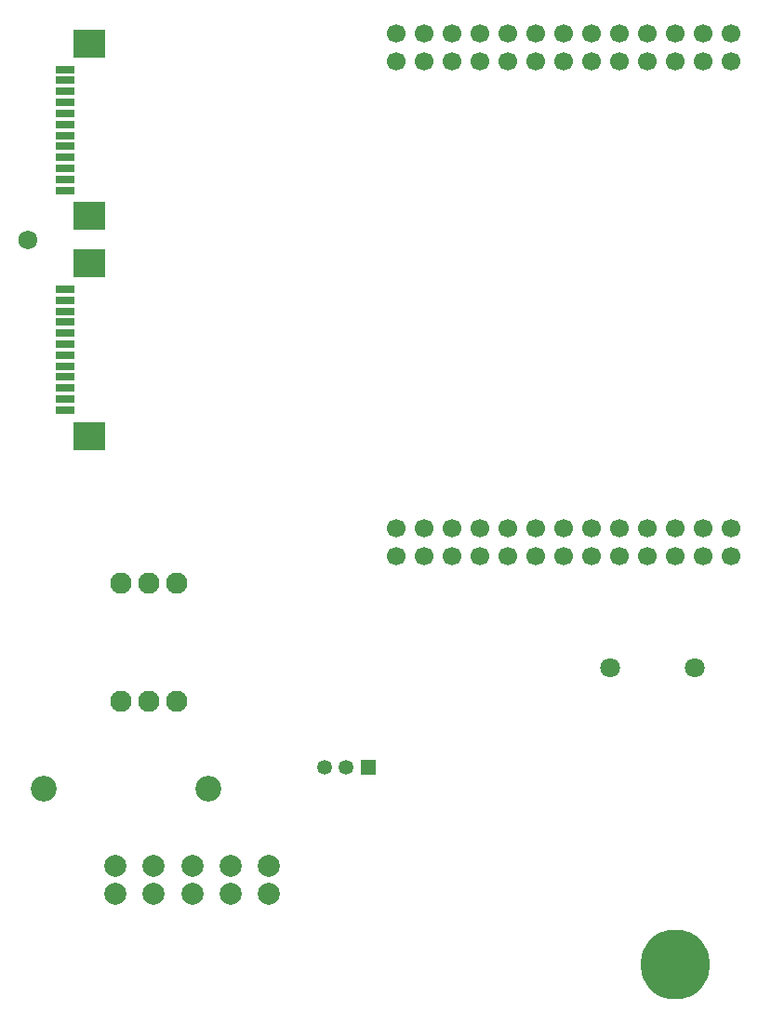
<source format=gbr>
%TF.GenerationSoftware,KiCad,Pcbnew,9.0.2*%
%TF.CreationDate,2025-06-09T15:32:08+03:00*%
%TF.ProjectId,PMCPU-LLU,504d4350-552d-44c4-9c55-2e6b69636164,rev?*%
%TF.SameCoordinates,Original*%
%TF.FileFunction,Soldermask,Bot*%
%TF.FilePolarity,Negative*%
%FSLAX46Y46*%
G04 Gerber Fmt 4.6, Leading zero omitted, Abs format (unit mm)*
G04 Created by KiCad (PCBNEW 9.0.2) date 2025-06-09 15:32:08*
%MOMM*%
%LPD*%
G01*
G04 APERTURE LIST*
%ADD10O,6.350000X6.350000*%
%ADD11C,1.800000*%
%ADD12C,1.700000*%
%ADD13C,1.950000*%
%ADD14R,1.350000X1.350000*%
%ADD15C,1.350000*%
%ADD16C,1.725000*%
%ADD17C,2.000000*%
%ADD18C,2.350000*%
%ADD19R,1.803400X0.635000*%
%ADD20R,2.997200X2.590800*%
G04 APERTURE END LIST*
D10*
%TO.C,PE1*%
X22000000Y-46000000D03*
%TD*%
D11*
%TO.C,J1*%
X23750000Y-19000000D03*
X16000000Y-19000000D03*
%TD*%
D12*
%TO.C,U5*%
X-3440000Y38770000D03*
X21960000Y38770000D03*
X24500000Y38770000D03*
X27040000Y38770000D03*
X-900000Y38770000D03*
X21960000Y36230000D03*
X24500000Y36230000D03*
X27040000Y36230000D03*
X1640000Y38770000D03*
X21960000Y-6230000D03*
X24500000Y-6230000D03*
X27040000Y-6230000D03*
X4180000Y38770000D03*
X21960000Y-8770000D03*
X24500000Y-8770000D03*
X27040000Y-8770000D03*
X6720000Y38770000D03*
X9260000Y38770000D03*
X11800000Y38770000D03*
X14340000Y38770000D03*
X16880000Y38770000D03*
X19420000Y38770000D03*
X-3440000Y36230000D03*
X-900000Y36230000D03*
X1640000Y36230000D03*
X4180000Y36230000D03*
X6720000Y36230000D03*
X9260000Y36230000D03*
X11800000Y36230000D03*
X14340000Y36230000D03*
X16880000Y36230000D03*
X19420000Y36230000D03*
X-3440000Y-6230000D03*
X-900000Y-6230000D03*
X1640000Y-6230000D03*
X4180000Y-6230000D03*
X6720000Y-6230000D03*
X9260000Y-6230000D03*
X11800000Y-6230000D03*
X14340000Y-6230000D03*
X16880000Y-6230000D03*
X19420000Y-6230000D03*
X-3440000Y-8770000D03*
X-900000Y-8770000D03*
X1640000Y-8770000D03*
X4180000Y-8770000D03*
X6720000Y-8770000D03*
X9260000Y-8770000D03*
X11800000Y-8770000D03*
X14340000Y-8770000D03*
X16880000Y-8770000D03*
X19420000Y-8770000D03*
%TD*%
D13*
%TO.C,J5*%
X-23460000Y-22000000D03*
X-26000000Y-22000000D03*
X-28540000Y-22000000D03*
%TD*%
D14*
%TO.C,J11*%
X-6000000Y-28000000D03*
D15*
X-8000000Y-28000000D03*
X-10000000Y-28000000D03*
%TD*%
D13*
%TO.C,J4*%
X-23460000Y-11235000D03*
X-26000000Y-11235000D03*
X-28540000Y-11235000D03*
%TD*%
D16*
%TO.C,U2*%
X-37000000Y20000000D03*
%TD*%
D17*
%TO.C,J3*%
X-29000000Y-37000000D03*
X-25500000Y-37000000D03*
X-22000000Y-37000000D03*
X-18500000Y-37000000D03*
X-15000000Y-37000000D03*
X-29000000Y-39500000D03*
X-25500000Y-39500000D03*
X-22000000Y-39500000D03*
X-18500000Y-39500000D03*
X-15000000Y-39500000D03*
%TD*%
D18*
%TO.C,U1*%
X-35500000Y-30000000D03*
X-20500000Y-30000000D03*
%TD*%
D19*
%TO.C,J9*%
X-33556000Y35499992D03*
X-33556000Y34499994D03*
X-33556000Y33499996D03*
X-33556000Y32499998D03*
X-33556000Y31500000D03*
X-33556000Y30500000D03*
X-33556000Y29500000D03*
X-33556000Y28500000D03*
X-33556000Y27500002D03*
X-33556000Y26500004D03*
X-33556000Y25500006D03*
X-33556000Y24500008D03*
D20*
X-31385999Y37850003D03*
X-31385999Y22149997D03*
%TD*%
D19*
%TO.C,J8*%
X-33556000Y15499992D03*
X-33556000Y14499994D03*
X-33556000Y13499996D03*
X-33556000Y12499998D03*
X-33556000Y11500000D03*
X-33556000Y10500000D03*
X-33556000Y9500000D03*
X-33556000Y8500000D03*
X-33556000Y7500002D03*
X-33556000Y6500004D03*
X-33556000Y5500006D03*
X-33556000Y4500008D03*
D20*
X-31385999Y17850003D03*
X-31385999Y2149997D03*
%TD*%
M02*

</source>
